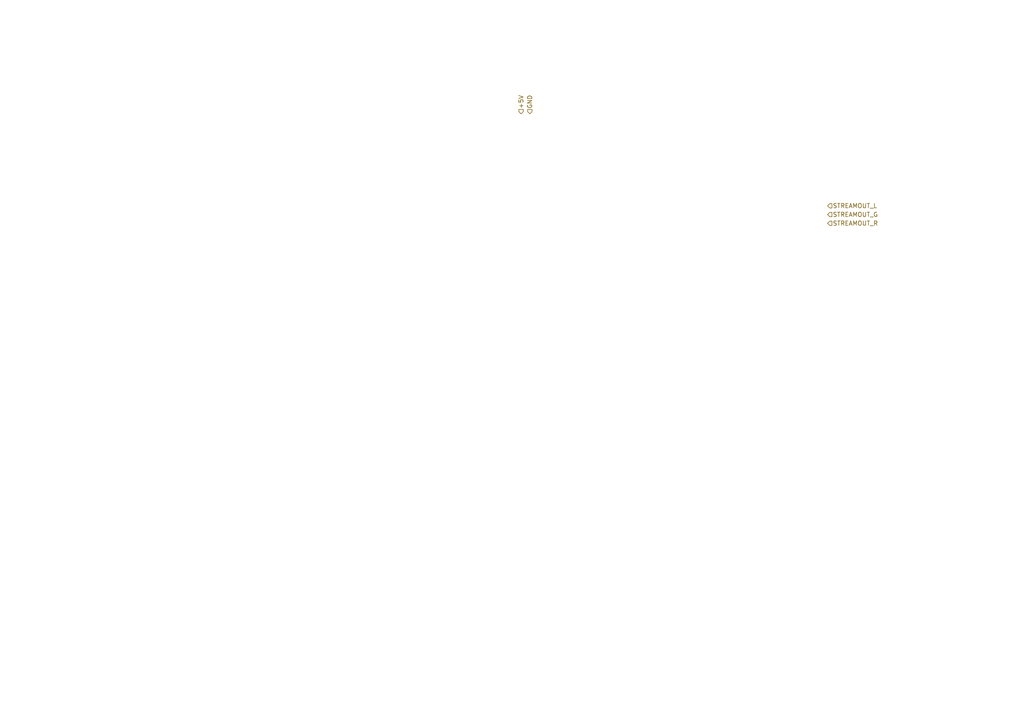
<source format=kicad_sch>
(kicad_sch (version 20211123) (generator eeschema)
  (paper "A4")
  (lib_symbols)
  (hierarchical_label "STREAMOUT_L" (shape input) (at 240.03 59.69 0))
  (hierarchical_label "+5V" (shape input) (at 151.13 33.02 90))
  (hierarchical_label "STREAMOUT_G" (shape input) (at 240.03 62.23 0))
  (hierarchical_label "STREAMOUT_R" (shape input) (at 240.03 64.77 0))
  (hierarchical_label "GND" (shape input) (at 153.67 33.02 90))
)
</source>
